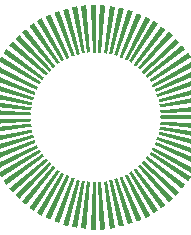
<source format=gtp>
G04 #@! TF.GenerationSoftware,KiCad,Pcbnew,9.0.1-9.0.1-0~ubuntu24.04.1*
G04 #@! TF.CreationDate,2025-04-30T17:46:38+09:00*
G04 #@! TF.ProjectId,encoder_disk,656e636f-6465-4725-9f64-69736b2e6b69,rev?*
G04 #@! TF.SameCoordinates,Original*
G04 #@! TF.FileFunction,Paste,Top*
G04 #@! TF.FilePolarity,Positive*
%FSLAX46Y46*%
G04 Gerber Fmt 4.6, Leading zero omitted, Abs format (unit mm)*
G04 Created by KiCad (PCBNEW 9.0.1-9.0.1-0~ubuntu24.04.1) date 2025-04-30 17:46:38*
%MOMM*%
%LPD*%
G01*
G04 APERTURE LIST*
G04 Aperture macros list*
%AMOutline4P*
0 Free polygon, 4 corners , with rotation*
0 The origin of the aperture is its center*
0 number of corners: always 4*
0 $1 to $8 corner X, Y*
0 $9 Rotation angle, in degrees counterclockwise*
0 create outline with 4 corners*
4,1,4,$1,$2,$3,$4,$5,$6,$7,$8,$1,$2,$9*%
G04 Aperture macros list end*
%ADD10Outline4P,-0.225000X-2.000000X0.225000X-2.000000X0.125000X2.000000X-0.125000X2.000000X272.400000*%
%ADD11Outline4P,-0.225000X-2.000000X0.225000X-2.000000X0.125000X2.000000X-0.125000X2.000000X282.000000*%
%ADD12Outline4P,-0.225000X-2.000000X0.225000X-2.000000X0.125000X2.000000X-0.125000X2.000000X238.800000*%
%ADD13Outline4P,-0.225000X-2.000000X0.225000X-2.000000X0.125000X2.000000X-0.125000X2.000000X325.200000*%
%ADD14Outline4P,-0.225000X-2.000000X0.225000X-2.000000X0.125000X2.000000X-0.125000X2.000000X195.600000*%
%ADD15Outline4P,-0.225000X-2.000000X0.225000X-2.000000X0.125000X2.000000X-0.125000X2.000000X186.000000*%
%ADD16Outline4P,-0.225000X-2.000000X0.225000X-2.000000X0.125000X2.000000X-0.125000X2.000000X354.000000*%
%ADD17Outline4P,-0.225000X-2.000000X0.225000X-2.000000X0.125000X2.000000X-0.125000X2.000000X3.600000*%
%ADD18Outline4P,-0.225000X-2.000000X0.225000X-2.000000X0.125000X2.000000X-0.125000X2.000000X142.800000*%
%ADD19Outline4P,-0.225000X-2.000000X0.225000X-2.000000X0.125000X2.000000X-0.125000X2.000000X46.800000*%
%ADD20Outline4P,-0.225000X-2.000000X0.225000X-2.000000X0.125000X2.000000X-0.125000X2.000000X99.600000*%
%ADD21Outline4P,-0.225000X-2.000000X0.225000X-2.000000X0.125000X2.000000X-0.125000X2.000000X90.000000*%
%ADD22Outline4P,-0.225000X-2.000000X0.225000X-2.000000X0.125000X2.000000X-0.125000X2.000000X277.200000*%
%ADD23Outline4P,-0.225000X-2.000000X0.225000X-2.000000X0.125000X2.000000X-0.125000X2.000000X190.800000*%
%ADD24Outline4P,-0.225000X-2.000000X0.225000X-2.000000X0.125000X2.000000X-0.125000X2.000000X358.800000*%
%ADD25Outline4P,-0.225000X-2.000000X0.225000X-2.000000X0.125000X2.000000X-0.125000X2.000000X94.800000*%
%ADD26Outline4P,-0.225000X-2.000000X0.225000X-2.000000X0.125000X2.000000X-0.125000X2.000000X234.000000*%
%ADD27Outline4P,-0.225000X-2.000000X0.225000X-2.000000X0.125000X2.000000X-0.125000X2.000000X320.400000*%
%ADD28Outline4P,-0.225000X-2.000000X0.225000X-2.000000X0.125000X2.000000X-0.125000X2.000000X42.000000*%
%ADD29Outline4P,-0.225000X-2.000000X0.225000X-2.000000X0.125000X2.000000X-0.125000X2.000000X138.000000*%
%ADD30Outline4P,-0.225000X-2.000000X0.225000X-2.000000X0.125000X2.000000X-0.125000X2.000000X229.200000*%
%ADD31Outline4P,-0.225000X-2.000000X0.225000X-2.000000X0.125000X2.000000X-0.125000X2.000000X315.600000*%
%ADD32Outline4P,-0.225000X-2.000000X0.225000X-2.000000X0.125000X2.000000X-0.125000X2.000000X37.200000*%
%ADD33Outline4P,-0.225000X-2.000000X0.225000X-2.000000X0.125000X2.000000X-0.125000X2.000000X133.200000*%
%ADD34Outline4P,-0.225000X-2.000000X0.225000X-2.000000X0.125000X2.000000X-0.125000X2.000000X310.800000*%
%ADD35Outline4P,-0.225000X-2.000000X0.225000X-2.000000X0.125000X2.000000X-0.125000X2.000000X224.400000*%
%ADD36Outline4P,-0.225000X-2.000000X0.225000X-2.000000X0.125000X2.000000X-0.125000X2.000000X32.400000*%
%ADD37Outline4P,-0.225000X-2.000000X0.225000X-2.000000X0.125000X2.000000X-0.125000X2.000000X128.400000*%
%ADD38Outline4P,-0.225000X-2.000000X0.225000X-2.000000X0.125000X2.000000X-0.125000X2.000000X306.000000*%
%ADD39Outline4P,-0.225000X-2.000000X0.225000X-2.000000X0.125000X2.000000X-0.125000X2.000000X219.600000*%
%ADD40Outline4P,-0.225000X-2.000000X0.225000X-2.000000X0.125000X2.000000X-0.125000X2.000000X27.600000*%
%ADD41Outline4P,-0.225000X-2.000000X0.225000X-2.000000X0.125000X2.000000X-0.125000X2.000000X123.600000*%
%ADD42Outline4P,-0.225000X-2.000000X0.225000X-2.000000X0.125000X2.000000X-0.125000X2.000000X301.200000*%
%ADD43Outline4P,-0.225000X-2.000000X0.225000X-2.000000X0.125000X2.000000X-0.125000X2.000000X214.800000*%
%ADD44Outline4P,-0.225000X-2.000000X0.225000X-2.000000X0.125000X2.000000X-0.125000X2.000000X22.800000*%
%ADD45Outline4P,-0.225000X-2.000000X0.225000X-2.000000X0.125000X2.000000X-0.125000X2.000000X118.800000*%
%ADD46Outline4P,-0.225000X-2.000000X0.225000X-2.000000X0.125000X2.000000X-0.125000X2.000000X296.400000*%
%ADD47Outline4P,-0.225000X-2.000000X0.225000X-2.000000X0.125000X2.000000X-0.125000X2.000000X210.000000*%
%ADD48Outline4P,-0.225000X-2.000000X0.225000X-2.000000X0.125000X2.000000X-0.125000X2.000000X18.000000*%
%ADD49Outline4P,-0.225000X-2.000000X0.225000X-2.000000X0.125000X2.000000X-0.125000X2.000000X114.000000*%
%ADD50Outline4P,-0.225000X-2.000000X0.225000X-2.000000X0.125000X2.000000X-0.125000X2.000000X291.600000*%
%ADD51Outline4P,-0.225000X-2.000000X0.225000X-2.000000X0.125000X2.000000X-0.125000X2.000000X205.200000*%
%ADD52Outline4P,-0.225000X-2.000000X0.225000X-2.000000X0.125000X2.000000X-0.125000X2.000000X13.200000*%
%ADD53Outline4P,-0.225000X-2.000000X0.225000X-2.000000X0.125000X2.000000X-0.125000X2.000000X109.200000*%
%ADD54Outline4P,-0.225000X-2.000000X0.225000X-2.000000X0.125000X2.000000X-0.125000X2.000000X104.400000*%
%ADD55Outline4P,-0.225000X-2.000000X0.225000X-2.000000X0.125000X2.000000X-0.125000X2.000000X286.800000*%
%ADD56Outline4P,-0.225000X-2.000000X0.225000X-2.000000X0.125000X2.000000X-0.125000X2.000000X200.400000*%
%ADD57Outline4P,-0.225000X-2.000000X0.225000X-2.000000X0.125000X2.000000X-0.125000X2.000000X8.400000*%
%ADD58Outline4P,-0.225000X-2.000000X0.225000X-2.000000X0.125000X2.000000X-0.125000X2.000000X181.200000*%
%ADD59Outline4P,-0.225000X-2.000000X0.225000X-2.000000X0.125000X2.000000X-0.125000X2.000000X85.200000*%
%ADD60Outline4P,-0.225000X-2.000000X0.225000X-2.000000X0.125000X2.000000X-0.125000X2.000000X176.400000*%
%ADD61Outline4P,-0.225000X-2.000000X0.225000X-2.000000X0.125000X2.000000X-0.125000X2.000000X80.400000*%
%ADD62Outline4P,-0.225000X-2.000000X0.225000X-2.000000X0.125000X2.000000X-0.125000X2.000000X267.600000*%
%ADD63Outline4P,-0.225000X-2.000000X0.225000X-2.000000X0.125000X2.000000X-0.125000X2.000000X171.600000*%
%ADD64Outline4P,-0.225000X-2.000000X0.225000X-2.000000X0.125000X2.000000X-0.125000X2.000000X75.600000*%
%ADD65Outline4P,-0.225000X-2.000000X0.225000X-2.000000X0.125000X2.000000X-0.125000X2.000000X262.800000*%
%ADD66Outline4P,-0.225000X-2.000000X0.225000X-2.000000X0.125000X2.000000X-0.125000X2.000000X349.200000*%
%ADD67Outline4P,-0.225000X-2.000000X0.225000X-2.000000X0.125000X2.000000X-0.125000X2.000000X166.800000*%
%ADD68Outline4P,-0.225000X-2.000000X0.225000X-2.000000X0.125000X2.000000X-0.125000X2.000000X70.800000*%
%ADD69Outline4P,-0.225000X-2.000000X0.225000X-2.000000X0.125000X2.000000X-0.125000X2.000000X258.000000*%
%ADD70Outline4P,-0.225000X-2.000000X0.225000X-2.000000X0.125000X2.000000X-0.125000X2.000000X344.400000*%
%ADD71Outline4P,-0.225000X-2.000000X0.225000X-2.000000X0.125000X2.000000X-0.125000X2.000000X162.000000*%
%ADD72Outline4P,-0.225000X-2.000000X0.225000X-2.000000X0.125000X2.000000X-0.125000X2.000000X66.000000*%
%ADD73Outline4P,-0.225000X-2.000000X0.225000X-2.000000X0.125000X2.000000X-0.125000X2.000000X253.200000*%
%ADD74Outline4P,-0.225000X-2.000000X0.225000X-2.000000X0.125000X2.000000X-0.125000X2.000000X339.600000*%
%ADD75Outline4P,-0.225000X-2.000000X0.225000X-2.000000X0.125000X2.000000X-0.125000X2.000000X157.200000*%
%ADD76Outline4P,-0.225000X-2.000000X0.225000X-2.000000X0.125000X2.000000X-0.125000X2.000000X61.200000*%
%ADD77Outline4P,-0.225000X-2.000000X0.225000X-2.000000X0.125000X2.000000X-0.125000X2.000000X248.400000*%
%ADD78Outline4P,-0.225000X-2.000000X0.225000X-2.000000X0.125000X2.000000X-0.125000X2.000000X334.800000*%
%ADD79Outline4P,-0.225000X-2.000000X0.225000X-2.000000X0.125000X2.000000X-0.125000X2.000000X152.400000*%
%ADD80Outline4P,-0.225000X-2.000000X0.225000X-2.000000X0.125000X2.000000X-0.125000X2.000000X56.400000*%
%ADD81Outline4P,-0.225000X-2.000000X0.225000X-2.000000X0.125000X2.000000X-0.125000X2.000000X243.600000*%
%ADD82Outline4P,-0.225000X-2.000000X0.225000X-2.000000X0.125000X2.000000X-0.125000X2.000000X330.000000*%
%ADD83Outline4P,-0.225000X-2.000000X0.225000X-2.000000X0.125000X2.000000X-0.125000X2.000000X147.600000*%
%ADD84Outline4P,-0.225000X-2.000000X0.225000X-2.000000X0.125000X2.000000X-0.125000X2.000000X51.600000*%
G04 APERTURE END LIST*
D10*
G04 #@! TO.C,REF\u002A\u002A*
X142505906Y-100314095D03*
D11*
X142663221Y-101559366D03*
D12*
X143584698Y-96114129D03*
D13*
X145718976Y-106158647D03*
D14*
X147983030Y-92775612D03*
D15*
X149215965Y-92540417D03*
D16*
X149215965Y-107459583D03*
D17*
X150470858Y-107485869D03*
D18*
X154534493Y-94026026D03*
D19*
X155467194Y-105134772D03*
D20*
X157394970Y-98749234D03*
D21*
X157500000Y-100000000D03*
D22*
X142558467Y-100940028D03*
D23*
X148594570Y-92632177D03*
D24*
X149842861Y-107499024D03*
D25*
X157473696Y-99372416D03*
D26*
X143932303Y-95590940D03*
D27*
X145218647Y-105778878D03*
D28*
X155018409Y-105574256D03*
D29*
X155018480Y-94426414D03*
D30*
X144322467Y-95098675D03*
D31*
X144751852Y-105358573D03*
D32*
X154534423Y-105974644D03*
D33*
X155467265Y-94865897D03*
D34*
X144321865Y-104900683D03*
D35*
X144752455Y-94640786D03*
D36*
X154018630Y-106333129D03*
D37*
X155877701Y-95341392D03*
D38*
X143931700Y-104408418D03*
D39*
X145219249Y-94220481D03*
D40*
X153474651Y-106647195D03*
D41*
X156246909Y-95849563D03*
D42*
X143584096Y-103885232D03*
D43*
X145719578Y-93840712D03*
D44*
X152906297Y-106914643D03*
D45*
X156572300Y-96386847D03*
D46*
X143281489Y-103334792D03*
D47*
X146249930Y-93504140D03*
D48*
X152317558Y-107133593D03*
D49*
X156851591Y-96949475D03*
D50*
X143026004Y-102760963D03*
D51*
X146806585Y-93213127D03*
D52*
X151712561Y-107302512D03*
D53*
X157082823Y-97533500D03*
D54*
X157264374Y-98134826D03*
D55*
X142819431Y-102167767D03*
D56*
X147385638Y-92969715D03*
D57*
X151095552Y-107420212D03*
D58*
X149842932Y-92501645D03*
D59*
X157473626Y-100628254D03*
D60*
X150470929Y-92514800D03*
D61*
X157394900Y-101251435D03*
D62*
X142506509Y-99685263D03*
D63*
X151095623Y-92580458D03*
D64*
X157264303Y-101865844D03*
D65*
X142559069Y-99059331D03*
D66*
X148593967Y-107367182D03*
D67*
X151712632Y-92698158D03*
D68*
X157082752Y-102467170D03*
D69*
X142663822Y-98439993D03*
D70*
X147982429Y-107223747D03*
D71*
X152317627Y-92867076D03*
D72*
X156851521Y-103051194D03*
D73*
X142820034Y-97831592D03*
D74*
X147385037Y-107029643D03*
D75*
X152906367Y-93086026D03*
D76*
X156572230Y-103613822D03*
D77*
X143026606Y-97238397D03*
D78*
X146805984Y-106786231D03*
D79*
X153474720Y-93353473D03*
D80*
X156246840Y-104151105D03*
D81*
X143282093Y-96664567D03*
D82*
X146249328Y-106495219D03*
D83*
X154018701Y-93667541D03*
D84*
X155877630Y-104659278D03*
G04 #@! TD*
M02*

</source>
